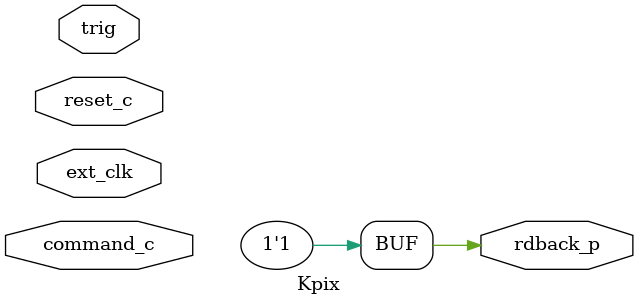
<source format=v>
module Kpix ( ext_clk, reset_c, trig, command_c, rdback_p );

   // Master Reset and Clock Signals
   input  wire  ext_clk;
   input  wire  reset_c;
   input  wire  trig;
   input  wire  command_c;
   output wire  rdback_p;

   assign rdback_p = 1'b1;

endmodule 

</source>
